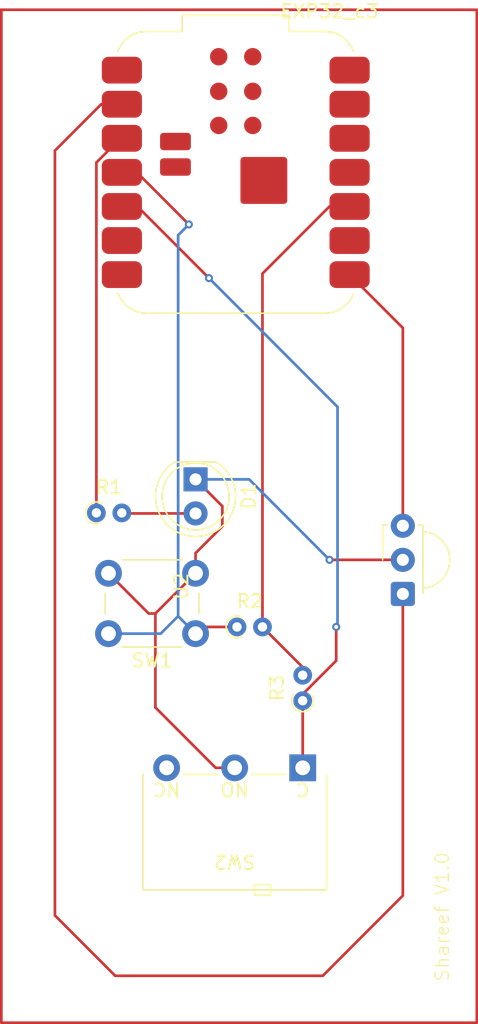
<source format=kicad_pcb>
(kicad_pcb (version 20240108) (generator "pcbnew") (generator_version "8.0")
  (title_block (title "Shopper Sensor") (date "2025-02-05") (rev "V1.0") (company "GIX") (comment 1 "By shareef Jasim"))
  (layers (0 "F.Cu" signal) (31 "B.Cu" signal) (34 "B.Paste" user) (35 "F.Paste" user) (36 "B.SilkS" user "B.Silkscreen") (37 "F.SilkS" user "F.Silkscreen") (38 "B.Mask" user) (39 "F.Mask" user) (44 "Edge.Cuts" user))
  (net 0 "")
  (net 1 "Net-(D1-A)")
  (net 2 "Net-(BT1--)")
  (net 8 "Net-(EXP32_c3-GPIO4_A3_D3_SDA)")
  (net 10 "Net-(EXP32_c3-GPIO2_A1_D1)")
  (net 11 "Net-(EXP32_c3-GPIO3_A2_D2)")
  (net 13 "Net-(EXP32_c3-GPIO4_A3_D3)")
  (net 15 "Net-(BT1-+)")
  (net 16 "Net-(EXP32_c3-3V3)")
  (footprint "LED_THT:LED_D5.0mm_IRGrey" (layer "F.Cu") (at 228.525 120.285 -90)
    (property "Reference" "D1" (at 1.27 -3.96 90) (layer "F.SilkS"))
    (property "Value" "SFH4546")
    (fp_line (start -1.29 -1.545) (end -1.29 1.545) (stroke (width 0.12)) (layer "F.SilkS"))
    (fp_arc (start 4.26 0.000048) (mid 2.071756 2.880501) (end -1.29 1.54483) (stroke (width 0.12)) (layer "F.SilkS"))
    (fp_arc (start -1.29 -1.54483) (mid 2.071756 -2.880501) (end 4.26 -0.000048) (stroke (width 0.12)) (layer "F.SilkS"))
    (fp_circle (center 1.27 0) (end 3.77 0) (stroke (width 0.12)) (fill none) (layer "F.SilkS"))
    (pad "1" thru_hole rect (at 0 0 270) (size 1.8 1.8) (drill 0.9) (layers "*.Cu" "*.Mask") (net 2 "Net-(BT1--)"))
    (pad "2" thru_hole circle (at 2.54 0 270) (size 1.8 1.8) (drill 0.9) (layers "*.Cu" "*.Mask") (net 1 "Net-(D1-A)"))
  )
  (footprint "Resistor_THT:R_Axial_DIN0204_L3.6mm_D1.6mm_P1.90mm_Vertical" (layer "F.Cu") (at 231.62 131.285)
    (property "Reference" "R2" (at 0.95 -1.92 0) (layer "F.SilkS"))
    (property "Value" "10K")
    (fp_arc (start 0.320095 0.749359) (mid -0.813042 -0.054435) (end 0.417133 -0.7) (stroke (width 0.12)) (layer "F.SilkS"))
    (pad "1" thru_hole circle (at 0 0) (size 1.4 1.4) (drill 0.7) (layers "*.Cu" "*.Mask") (net 13 "Net-(EXP32_c3-GPIO4_A3_D3)"))
    (pad "2" thru_hole oval (at 1.9 0) (size 1.4 1.4) (drill 0.7) (layers "*.Cu" "*.Mask") (net 16 "Net-(EXP32_c3-3V3)"))
  )
  (footprint "Button_Switch_THT:SW_PUSH_6mm_H4.3mm" (layer "F.Cu") (at 228.525 131.785 180)
    (property "Reference" "SW1" (at 3.25 -2 360) (layer "F.SilkS"))
    (property "Value" "SW_Push_Dual_x2")
    (fp_line (start 6.75 3) (end 6.75 1.5) (stroke (width 0.12)) (layer "F.SilkS"))
    (fp_line (start 5.5 -1) (end 1 -1) (stroke (width 0.12)) (layer "F.SilkS"))
    (fp_line (start 1 5.5) (end 5.5 5.5) (stroke (width 0.12)) (layer "F.SilkS"))
    (fp_line (start -0.25 1.5) (end -0.25 3) (stroke (width 0.12)) (layer "F.SilkS"))
    (pad "1" thru_hole circle (at 0 0 270) (size 2 2) (drill 1.1) (layers "*.Cu" "*.Mask") (net 13 "Net-(EXP32_c3-GPIO4_A3_D3)"))
    (pad "1" thru_hole circle (at 6.5 0 270) (size 2 2) (drill 1.1) (layers "*.Cu" "*.Mask") (net 13 "Net-(EXP32_c3-GPIO4_A3_D3)"))
    (pad "2" thru_hole circle (at 0 4.5 270) (size 2 2) (drill 1.1) (layers "*.Cu" "*.Mask") (net 2 "Net-(BT1--)"))
    (pad "2" thru_hole circle (at 6.5 4.5 270) (size 2 2) (drill 1.1) (layers "*.Cu" "*.Mask") (net 2 "Net-(BT1--)"))
  )
  (footprint "Button_Switch_THT:SW_XKB_DM1-16UC-1" (layer "F.Cu") (at 236.525 141.785 180)
    (property "Reference" "SW2" (at 5.08 -7 180) (layer "F.SilkS"))
    (property "Value" "SW_Push_Dual_x2")
    (fp_line (start 11.938 -0.495) (end 11.938 -9.1) (stroke (width 0.12)) (layer "F.SilkS"))
    (fp_line (start 11.938 -9.1) (end -1.778 -9.1) (stroke (width 0.12)) (layer "F.SilkS"))
    (fp_line (start 8.89 -0.495) (end 6.35 -0.495) (stroke (width 0.12)) (layer "F.SilkS"))
    (fp_line (start 1.27 -0.495) (end 3.81 -0.495) (stroke (width 0.12)) (layer "F.SilkS"))
    (fp_line (start -1.778 -9.1) (end -1.778 -0.495) (stroke (width 0.12)) (layer "F.SilkS"))
    (fp_rect (start 3.6 -9.5) (end 2.4 -8.7) (stroke (width 0.12)) (fill none) (layer "F.SilkS"))
    (fp_text user "NO" (at 5.08 -1.6 180) (layer "F.SilkS"))
    (fp_text user "C" (at 0 -1.6 180) (layer "F.SilkS"))
    (fp_text user "NC" (at 10.16 -1.6 180) (layer "F.SilkS"))
    (pad "1" thru_hole rect (at 0 0 180) (size 2 2) (drill 1.1) (layers "*.Cu" "*.Mask") (net 8 "Net-(EXP32_c3-GPIO4_A3_D3_SDA)"))
    (pad "2" thru_hole circle (at 5.08 0 180) (size 2 2) (drill 1.1) (layers "*.Cu" "*.Mask") (net 2 "Net-(BT1--)"))
    (pad "3" thru_hole circle (at 10.16 0 180) (size 2 2) (drill 1.1) (layers "*.Cu" "*.Mask"))
  )
  (footprint "OptoDevice:Vishay_MINICAST-3Pin" (layer "F.Cu") (at 244 128.825 90)
    (property "Reference" "U2" (at 0.565 -16.54 90) (layer "F.SilkS"))
    (property "Value" "HC‑SR501 Sensor Board")
    (fp_line (start 5.14 -1.51) (end 2.54 -1.51) (stroke (width 0.12)) (layer "F.SilkS"))
    (fp_line (start 5.14 -1.16) (end 5.14 -1.51) (stroke (width 0.12)) (layer "F.SilkS"))
    (fp_line (start 5.14 1.16) (end 5.14 1.5) (stroke (width 0.12)) (layer "F.SilkS"))
    (fp_line (start 5.14 1.5) (end 0.05 1.5) (stroke (width 0.12)) (layer "F.SilkS"))
    (fp_arc (start 4.64 1.5) (mid 2.540869 3.502379) (end 0.440083 1.501736) (stroke (width 0.12)) (layer "F.SilkS"))
    (pad "1" thru_hole roundrect (at 0 0 90) (size 1.8 1.8) (drill 0.9) (layers "*.Cu" "*.Mask") (roundrect_rratio 0.139) (net 10 "Net-(EXP32_c3-GPIO2_A1_D1)"))
    (pad "2" thru_hole circle (at 2.54 0 90) (size 1.8 1.8) (drill 0.9) (layers "*.Cu" "*.Mask") (net 2 "Net-(BT1--)"))
    (pad "3" thru_hole circle (at 5.08 0 90) (size 1.8 1.8) (drill 0.9) (layers "*.Cu" "*.Mask") (net 15 "Net-(BT1-+)"))
  )
  (footprint "RF_Module:MCU_Seeed_ESP32C3" (layer "F.Cu") (at 231.525 97.405)
    (property "Reference" "EXP32_c3" (at 7 -12 0) (layer "F.SilkS"))
    (property "Value" "~")
    (fp_line (start -6.7 10.5) (end 6.7 10.5) (stroke (width 0.12)) (layer "F.SilkS"))
    (fp_line (start -4 -11.7) (end 4 -11.7) (stroke (width 0.12)) (layer "F.SilkS"))
    (fp_line (start -4 -10.5) (end -6.6 -10.5) (stroke (width 0.12)) (layer "F.SilkS"))
    (fp_line (start -4 -10.5) (end -4 -11.7) (stroke (width 0.12)) (layer "F.SilkS"))
    (fp_line (start 4 -11.7) (end 4 -10.5) (stroke (width 0.12)) (layer "F.SilkS"))
    (fp_line (start 6.6 -10.5) (end 4 -10.5) (stroke (width 0.12)) (layer "F.SilkS"))
    (fp_arc (start -8.812892 -9.00468) (mid -7.949609 -10.111769) (end -6.600468 -10.499999) (stroke (width 0.12)) (layer "F.SilkS"))
    (fp_arc (start -6.7 10.5) (mid -7.977232 10.068125) (end -8.8 9) (stroke (width 0.12)) (layer "F.SilkS"))
    (fp_arc (start 6.6 -10.499999) (mid 7.944323 -10.107114) (end 8.804034 -9.001464) (stroke (width 0.12)) (layer "F.SilkS"))
    (fp_arc (start 8.8 9) (mid 7.977232 10.068126) (end 6.7 10.5) (stroke (width 0.12)) (layer "F.SilkS"))
    (pad "1" smd roundrect (at -8.5 -7.62) (size 3 2) (layers "F.Cu" "F.Paste" "F.Mask"))
    (pad "2" smd roundrect (at -8.5 -5.08) (size 3 2) (layers "F.Cu" "F.Paste" "F.Mask") (net 10 "Net-(EXP32_c3-GPIO2_A1_D1)"))
    (pad "3" smd roundrect (at -8.5 -2.54) (size 3 2) (layers "F.Cu" "F.Paste" "F.Mask") (net 11 "Net-(EXP32_c3-GPIO3_A2_D2)"))
    (pad "4" smd roundrect (at -8.5 0) (size 3 2) (layers "F.Cu" "F.Paste" "F.Mask") (net 13 "Net-(EXP32_c3-GPIO4_A3_D3)"))
    (pad "5" smd roundrect (at -8.5 2.54) (size 3 2) (layers "F.Cu" "F.Paste" "F.Mask") (net 8 "Net-(EXP32_c3-GPIO4_A3_D3_SDA)"))
    (pad "6" smd roundrect (at -8.5 5.08) (size 3 2) (layers "F.Cu" "F.Paste" "F.Mask"))
    (pad "7" smd roundrect (at -8.5 7.62) (size 3 2) (layers "F.Cu" "F.Paste" "F.Mask"))
    (pad "8" smd roundrect (at 8.5 7.62) (size 3 2) (layers "F.Cu" "F.Paste" "F.Mask") (net 15 "Net-(BT1-+)"))
    (pad "9" smd roundrect (at 8.5 5.08) (size 3 2) (layers "F.Cu" "F.Paste" "F.Mask"))
    (pad "10" smd roundrect (at 8.5 2.54) (size 3 2) (layers "F.Cu" "F.Paste" "F.Mask") (net 16 "Net-(EXP32_c3-3V3)"))
    (pad "11" smd roundrect (at 8.5 0) (size 3 2) (layers "F.Cu" "F.Paste" "F.Mask"))
    (pad "12" smd roundrect (at 8.5 -2.54) (size 3 2) (layers "F.Cu" "F.Paste" "F.Mask"))
    (pad "13" smd roundrect (at 8.5 -5.08) (size 3 2) (layers "F.Cu" "F.Paste" "F.Mask"))
    (pad "14" smd roundrect (at 8.5 -7.62) (size 3 2) (layers "F.Cu" "F.Paste" "F.Mask"))
    (pad "15" smd roundrect (at 2.1 0.6) (size 3.5 3.5) (property pad_prop_heatsink) (layers "F.Cu" "F.Mask") (roundrect_rratio 0.07142857143))
    (pad "16" smd roundrect (at -4.5 -0.4) (size 2.3 1.3) (layers "F.Cu" "F.Paste" "F.Mask") (roundrect_rratio 0.1923076923))
    (pad "17" smd roundrect (at -4.5 -2.3) (size 2.3 1.3) (layers "F.Cu" "F.Paste" "F.Mask") (roundrect_rratio 0.1923076923))
    (pad "18" smd circle (at -1.27 -8.62) (size 1.3 1.3) (layers "F.Cu" "F.Paste" "F.Mask"))
    (pad "19" smd circle (at -1.27 -6.04) (size 1.3 1.3) (layers "F.Cu" "F.Paste" "F.Mask"))
    (pad "20" smd circle (at -1.27 -3.5) (size 1.3 1.3) (layers "F.Cu" "F.Paste" "F.Mask"))
    (pad "21" smd circle (at 1.27 -3.5) (size 1.3 1.3) (layers "F.Cu" "F.Paste" "F.Mask"))
    (pad "22" smd circle (at 1.27 -6.04) (size 1.3 1.3) (layers "F.Cu" "F.Paste" "F.Mask"))
    (pad "23" smd circle (at 1.27 -8.62) (size 1.3 1.3) (layers "F.Cu" "F.Paste" "F.Mask"))
  )
  (footprint "Resistor_THT:R_Axial_DIN0204_L3.6mm_D1.6mm_P1.90mm_Vertical" (layer "F.Cu") (at 236.525 136.785 90)
    (property "Reference" "R3" (at 0.95 -1.92 90) (layer "F.SilkS"))
    (property "Value" "10k")
    (fp_arc (start 0.320095 0.749359) (mid -0.813042 -0.054435) (end 0.417133 -0.7) (stroke (width 0.12)) (layer "F.SilkS"))
    (pad "1" thru_hole circle (at 0 0 90) (size 1.4 1.4) (drill 0.7) (layers "*.Cu" "*.Mask") (net 8 "Net-(EXP32_c3-GPIO4_A3_D3_SDA)"))
    (pad "2" thru_hole oval (at 1.9 0 90) (size 1.4 1.4) (drill 0.7) (layers "*.Cu" "*.Mask") (net 16 "Net-(EXP32_c3-3V3)"))
  )
  (footprint "Resistor_THT:R_Axial_DIN0204_L3.6mm_D1.6mm_P1.90mm_Vertical" (layer "F.Cu") (at 221.12 122.785)
    (property "Reference" "R1" (at 0.95 -1.92 0) (layer "F.SilkS"))
    (property "Value" "220 Ω")
    (fp_arc (start 0.320095 0.749359) (mid -0.813042 -0.054435) (end 0.417133 -0.7) (stroke (width 0.12)) (layer "F.SilkS"))
    (pad "1" thru_hole circle (at 0 0) (size 1.4 1.4) (drill 0.7) (layers "*.Cu" "*.Mask") (net 11 "Net-(EXP32_c3-GPIO3_A2_D2)"))
    (pad "2" thru_hole oval (at 1.9 0) (size 1.4 1.4) (drill 0.7) (layers "*.Cu" "*.Mask") (net 1 "Net-(D1-A)"))
  )
  (gr_rect (start 214.025 85.285) (end 249.525 160.785) (stroke (width 0.2)) (fill none) (layer "F.Cu"))
  (gr_text "Shareef V1.0" (at 247.525 157.785 90) (layer "F.SilkS") (effects (font (size 1 1) (thickness 0.1)) (justify left bottom)))
  (segment (start 228.525 122.825) (end 223.06 122.825) (width 0.2) (layer "F.Cu") (net 1))
  (segment (start 223.06 122.825) (end 223.02 122.785) (width 0.2) (layer "F.Cu") (net 1))
  (segment (start 228.525 125.785) (end 230.525 123.785) (width 0.2) (layer "F.Cu") (net 2))
  (segment (start 244 126.285) (end 238.525 126.285) (width 0.2) (layer "F.Cu") (net 2))
  (segment (start 225.525 137.285) (end 230.025 141.785) (width 0.2) (layer "F.Cu") (net 2))
  (segment (start 230.525 123.785) (end 230.525 122.285) (width 0.2) (layer "F.Cu") (net 2))
  (segment (start 225.025 130.285) (end 225.525 130.285) (width 0.2) (layer "F.Cu") (net 2))
  (segment (start 225.525 130.285) (end 225.525 137.285) (width 0.2) (layer "F.Cu") (net 2))
  (segment (start 230.025 141.785) (end 231.445 141.785) (width 0.2) (layer "F.Cu") (net 2))
  (segment (start 230.525 122.285) (end 228.525 120.285) (width 0.2) (layer "F.Cu") (net 2))
  (segment (start 228.525 127.285) (end 228.525 125.785) (width 0.2) (layer "F.Cu") (net 2))
  (segment (start 222.025 127.285) (end 225.025 130.285) (width 0.2) (layer "F.Cu") (net 2))
  (segment (start 228.525 127.285) (end 225.525 130.285) (width 0.2) (layer "F.Cu") (net 2))
  (via (at 238.525 126.285) (size 0.6) (drill 0.3) (layers "F.Cu" "B.Cu") (net 2))
  (segment (start 238.525 126.285) (end 232.525 120.285) (width 0.2) (layer "B.Cu") (net 2))
  (segment (start 232.525 120.285) (end 228.525 120.285) (width 0.2) (layer "B.Cu") (net 2))
  (segment (start 236.025 136.785) (end 236.039214 136.785) (width 0.2) (layer "F.Cu") (net 8))
  (segment (start 224.185 99.945) (end 223.025 99.945) (width 0.2) (layer "F.Cu") (net 8))
  (segment (start 239.025 133.799214) (end 239.025 131.285) (width 0.2) (layer "F.Cu") (net 8))
  (segment (start 236.525 136.785) (end 236.525 141.785) (width 0.2) (layer "F.Cu") (net 8))
  (segment (start 236.039214 136.785) (end 239.025 133.799214) (width 0.2) (layer "F.Cu") (net 8))
  (segment (start 229.525 105.285) (end 224.185 99.945) (width 0.2) (layer "F.Cu") (net 8))
  (segment (start 236.525 136.785) (end 236.025 136.785) (width 0.2) (layer "F.Cu") (net 8))
  (via (at 239.025 131.285) (size 0.6) (drill 0.3) (layers "F.Cu" "B.Cu") (net 8))
  (via (at 229.525 105.285) (size 0.6) (drill 0.3) (layers "F.Cu" "B.Cu") (net 8))
  (segment (start 239.025 131.285) (end 239.125 131.185) (width 0.2) (layer "B.Cu") (net 8))
  (segment (start 239.125 131.185) (end 239.125 114.885) (width 0.2) (layer "B.Cu") (net 8))
  (segment (start 239.125 114.885) (end 229.525 105.285) (width 0.2) (layer "B.Cu") (net 8))
  (segment (start 222.525 157.285) (end 238.025 157.285) (width 0.2) (layer "F.Cu") (net 10))
  (segment (start 218.025 95.785) (end 221.485 92.325) (width 0.2) (layer "F.Cu") (net 10))
  (segment (start 221.485 92.325) (end 223.025 92.325) (width 0.2) (layer "F.Cu") (net 10))
  (segment (start 218.025 152.785) (end 222.525 157.285) (width 0.2) (layer "F.Cu") (net 10))
  (segment (start 222.926358 92.325) (end 222.886358 92.285) (width 0.2) (layer "F.Cu") (net 10))
  (segment (start 223.025 92.325) (end 222.926358 92.325) (width 0.2) (layer "F.Cu") (net 10))
  (segment (start 218.025 95.785) (end 218.025 152.785) (width 0.2) (layer "F.Cu") (net 10))
  (segment (start 244 151.31) (end 244 128.825) (width 0.2) (layer "F.Cu") (net 10))
  (segment (start 238.025 157.285) (end 244 151.31) (width 0.2) (layer "F.Cu") (net 10))
  (segment (start 221.12 96.671358) (end 222.926358 94.865) (width 0.2) (layer "F.Cu") (net 11))
  (segment (start 221.12 122.785) (end 221.12 96.671358) (width 0.2) (layer "F.Cu") (net 11))
  (segment (start 222.926358 94.865) (end 223.025 94.865) (width 0.2) (layer "F.Cu") (net 11))
  (segment (start 223.025 97.405) (end 224.145 97.405) (width 0.2) (layer "F.Cu") (net 13))
  (segment (start 231.62 131.285) (end 229.025 131.285) (width 0.2) (layer "F.Cu") (net 13))
  (segment (start 229.025 131.285) (end 228.525 131.785) (width 0.2) (layer "F.Cu") (net 13))
  (segment (start 224.145 97.405) (end 228.025 101.285) (width 0.2) (layer "F.Cu") (net 13))
  (via (at 228.025 101.285) (size 0.6) (drill 0.3) (layers "F.Cu" "B.Cu") (net 13))
  (segment (start 227.225 102.085) (end 227.225 130.485) (width 0.2) (layer "B.Cu") (net 13))
  (segment (start 227.225 130.485) (end 228.525 131.785) (width 0.2) (layer "B.Cu") (net 13))
  (segment (start 225.925 131.785) (end 227.225 130.485) (width 0.2) (layer "B.Cu") (net 13))
  (segment (start 222.025 131.785) (end 225.925 131.785) (width 0.2) (layer "B.Cu") (net 13))
  (segment (start 228.025 101.285) (end 227.225 102.085) (width 0.2) (layer "B.Cu") (net 13))
  (segment (start 244 109) (end 244 123.745) (width 0.2) (layer "F.Cu") (net 15))
  (segment (start 240.025 105.025) (end 244 109) (width 0.2) (layer "F.Cu") (net 15))
  (segment (start 233.52 131.285) (end 236.525 134.29) (width 0.2) (layer "F.Cu") (net 16))
  (segment (start 236.525 134.29) (end 236.525 134.885) (width 0.2) (layer "F.Cu") (net 16))
  (segment (start 238.525 99.945) (end 233.52 104.95) (width 0.2) (layer "F.Cu") (net 16))
  (segment (start 240.025 99.945) (end 238.525 99.945) (width 0.2) (layer "F.Cu") (net 16))
  (segment (start 233.52 104.95) (end 233.52 131.285) (width 0.2) (layer "F.Cu") (net 16))
)
</source>
